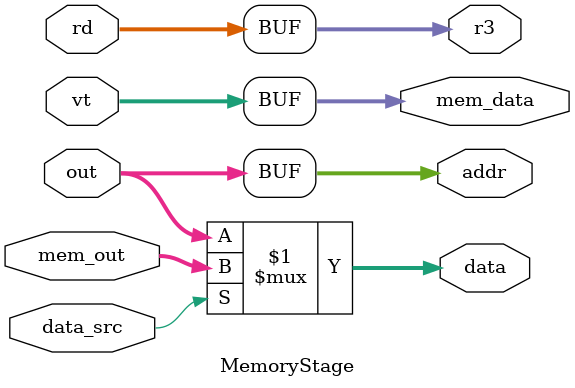
<source format=sv>
module MemoryStage(
    input logic [4:0] rd,
    input logic [31:0] out, vt,
    input logic data_src,

    output logic [31:0] addr, mem_data,
    input logic [31:0] mem_out,

    output logic [4:0] r3,
    output logic [31:0] data
);
    assign addr = out;
    assign mem_data = vt;
    assign data = data_src ? mem_out : out;
    assign r3 = rd;
endmodule
</source>
